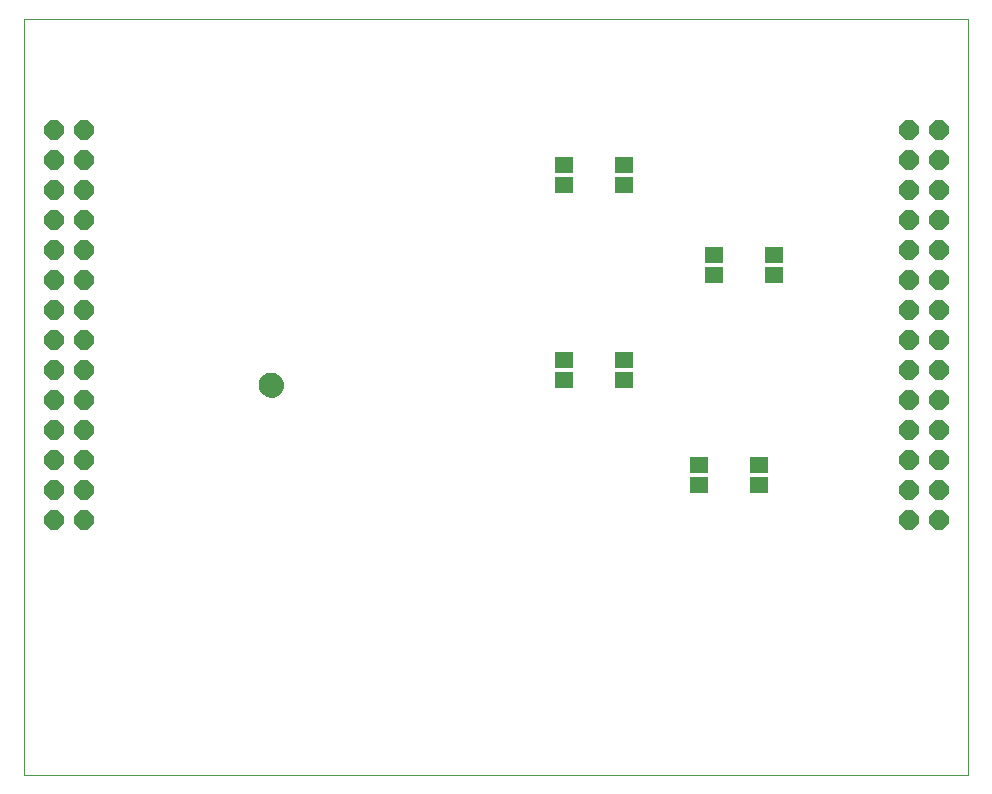
<source format=gbs>
G75*
G70*
%OFA0B0*%
%FSLAX24Y24*%
%IPPOS*%
%LPD*%
%AMOC8*
5,1,8,0,0,1.08239X$1,22.5*
%
%ADD10C,0.0000*%
%ADD11C,0.0827*%
%ADD12OC8,0.0634*%
%ADD13R,0.0631X0.0552*%
D10*
X003296Y000101D02*
X003296Y025298D01*
X034788Y025298D01*
X034788Y000101D01*
X003296Y000101D01*
X011152Y013101D02*
X011154Y013140D01*
X011160Y013179D01*
X011170Y013217D01*
X011183Y013254D01*
X011200Y013289D01*
X011220Y013323D01*
X011244Y013354D01*
X011271Y013383D01*
X011300Y013409D01*
X011332Y013432D01*
X011366Y013452D01*
X011402Y013468D01*
X011439Y013480D01*
X011478Y013489D01*
X011517Y013494D01*
X011556Y013495D01*
X011595Y013492D01*
X011634Y013485D01*
X011671Y013474D01*
X011708Y013460D01*
X011743Y013442D01*
X011776Y013421D01*
X011807Y013396D01*
X011835Y013369D01*
X011860Y013339D01*
X011882Y013306D01*
X011901Y013272D01*
X011916Y013236D01*
X011928Y013198D01*
X011936Y013160D01*
X011940Y013121D01*
X011940Y013081D01*
X011936Y013042D01*
X011928Y013004D01*
X011916Y012966D01*
X011901Y012930D01*
X011882Y012896D01*
X011860Y012863D01*
X011835Y012833D01*
X011807Y012806D01*
X011776Y012781D01*
X011743Y012760D01*
X011708Y012742D01*
X011671Y012728D01*
X011634Y012717D01*
X011595Y012710D01*
X011556Y012707D01*
X011517Y012708D01*
X011478Y012713D01*
X011439Y012722D01*
X011402Y012734D01*
X011366Y012750D01*
X011332Y012770D01*
X011300Y012793D01*
X011271Y012819D01*
X011244Y012848D01*
X011220Y012879D01*
X011200Y012913D01*
X011183Y012948D01*
X011170Y012985D01*
X011160Y013023D01*
X011154Y013062D01*
X011152Y013101D01*
D11*
X011546Y013101D03*
D12*
X005296Y013601D03*
X004296Y013601D03*
X004296Y014601D03*
X005296Y014601D03*
X005296Y015601D03*
X004296Y015601D03*
X004296Y016601D03*
X005296Y016601D03*
X005296Y017601D03*
X004296Y017601D03*
X004296Y018601D03*
X005296Y018601D03*
X005296Y019601D03*
X004296Y019601D03*
X004296Y020601D03*
X005296Y020601D03*
X005296Y021601D03*
X004296Y021601D03*
X004296Y012601D03*
X005296Y012601D03*
X005296Y011601D03*
X004296Y011601D03*
X004296Y010601D03*
X005296Y010601D03*
X005296Y009601D03*
X004296Y009601D03*
X004296Y008601D03*
X005296Y008601D03*
X032796Y008601D03*
X033796Y008601D03*
X033796Y009601D03*
X032796Y009601D03*
X032796Y010601D03*
X033796Y010601D03*
X033796Y011601D03*
X032796Y011601D03*
X032796Y012601D03*
X033796Y012601D03*
X033796Y013601D03*
X032796Y013601D03*
X032796Y014601D03*
X033796Y014601D03*
X033796Y015601D03*
X032796Y015601D03*
X032796Y016601D03*
X033796Y016601D03*
X033796Y017601D03*
X032796Y017601D03*
X032796Y018601D03*
X033796Y018601D03*
X033796Y019601D03*
X032796Y019601D03*
X032796Y020601D03*
X033796Y020601D03*
X033796Y021601D03*
X032796Y021601D03*
D13*
X028296Y017435D03*
X028296Y016766D03*
X026296Y016766D03*
X026296Y017435D03*
X023296Y019766D03*
X023296Y020435D03*
X021296Y020435D03*
X021296Y019766D03*
X021296Y013935D03*
X021296Y013266D03*
X023296Y013266D03*
X023296Y013935D03*
X025796Y010435D03*
X025796Y009766D03*
X027796Y009766D03*
X027796Y010435D03*
M02*

</source>
